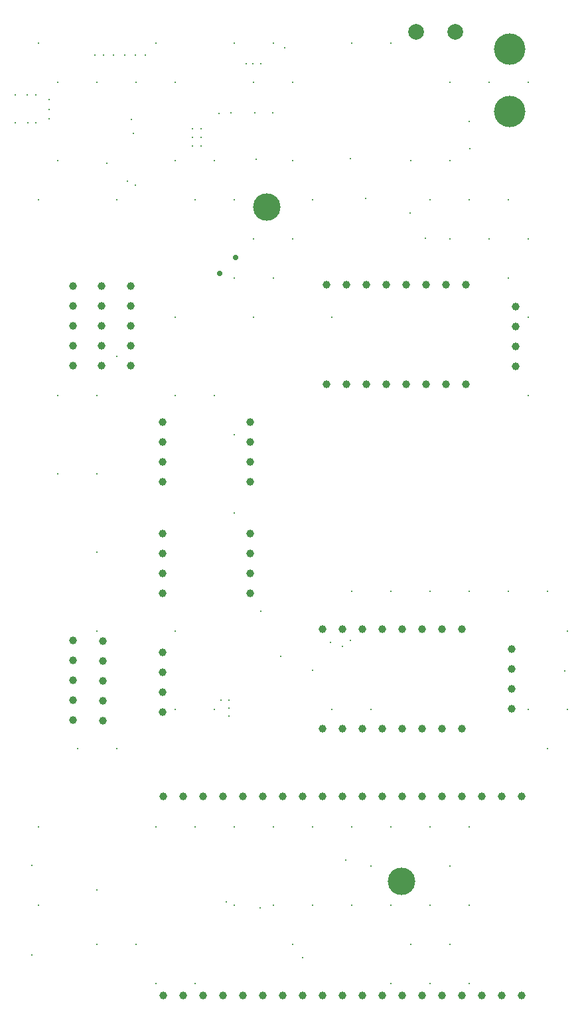
<source format=gbr>
%TF.GenerationSoftware,Altium Limited,Altium Designer,23.0.1 (38)*%
G04 Layer_Color=0*
%FSLAX45Y45*%
%MOMM*%
%TF.SameCoordinates,0946520A-43BC-435E-BA57-7B8340C501A0*%
%TF.FilePolarity,Positive*%
%TF.FileFunction,Plated,1,2,PTH,Drill*%
%TF.Part,Single*%
G01*
G75*
%TA.AperFunction,ComponentDrill*%
%ADD64C,1.00000*%
%ADD65C,1.00000*%
%ADD66C,3.50000*%
%ADD67C,4.00000*%
%ADD68C,2.00000*%
%TA.AperFunction,ViaDrill,NotFilled*%
%ADD69C,0.30480*%
%ADD70C,0.30000*%
%ADD71C,0.71120*%
D64*
X901700Y8343900D02*
D03*
Y8851900D02*
D03*
Y9359900D02*
D03*
Y8597900D02*
D03*
Y9105900D02*
D03*
X2044700Y6858000D02*
D03*
Y7112000D02*
D03*
Y7366000D02*
D03*
Y7620000D02*
D03*
X3162300Y6858000D02*
D03*
Y7112000D02*
D03*
Y7366000D02*
D03*
Y7620000D02*
D03*
Y5435600D02*
D03*
Y5689600D02*
D03*
Y5943600D02*
D03*
Y6197600D02*
D03*
X2044700D02*
D03*
Y5943600D02*
D03*
Y5689600D02*
D03*
Y5435600D02*
D03*
X1638300Y9359900D02*
D03*
Y8343900D02*
D03*
Y8597900D02*
D03*
Y8851900D02*
D03*
Y9105900D02*
D03*
X2044700Y3924300D02*
D03*
Y4178300D02*
D03*
Y4432300D02*
D03*
Y4686300D02*
D03*
X6553200Y9093200D02*
D03*
Y8839199D02*
D03*
Y8585200D02*
D03*
Y8331200D02*
D03*
X6502400Y4724400D02*
D03*
Y4470400D02*
D03*
Y4216400D02*
D03*
Y3962400D02*
D03*
X1282700Y4572000D02*
D03*
Y4318000D02*
D03*
Y4064000D02*
D03*
Y3810000D02*
D03*
Y4826000D02*
D03*
X1270000Y9105900D02*
D03*
Y8851900D02*
D03*
Y8597900D02*
D03*
Y8343900D02*
D03*
Y9359900D02*
D03*
X901700Y4076700D02*
D03*
Y4330700D02*
D03*
Y4584700D02*
D03*
Y4838700D02*
D03*
Y3822700D02*
D03*
D65*
X4089400Y304800D02*
D03*
X3835400D02*
D03*
X4597400D02*
D03*
X6629400Y304800D02*
D03*
X6375400Y304800D02*
D03*
X6121400D02*
D03*
X5867400D02*
D03*
X5613400D02*
D03*
X5359400Y304800D02*
D03*
X5105400Y304800D02*
D03*
X4851400D02*
D03*
X4343400Y304800D02*
D03*
X3581400Y304800D02*
D03*
X3327400D02*
D03*
X3073400Y304800D02*
D03*
X2819400Y304800D02*
D03*
X2565400D02*
D03*
X2311400D02*
D03*
X2057400Y304800D02*
D03*
Y2844799D02*
D03*
X2311400Y2844800D02*
D03*
X2565400D02*
D03*
X2819400D02*
D03*
X3073400Y2844799D02*
D03*
X3327400Y2844800D02*
D03*
X3581400D02*
D03*
X3835400D02*
D03*
X4089400D02*
D03*
X4343400Y2844799D02*
D03*
X4597400Y2844800D02*
D03*
X4851400D02*
D03*
X5105400D02*
D03*
X5359400Y2844799D02*
D03*
X5613400Y2844800D02*
D03*
X5867400D02*
D03*
X6121400D02*
D03*
X6375400D02*
D03*
X6629400Y2844799D02*
D03*
X4140200Y9372600D02*
D03*
X4394200D02*
D03*
X4648200D02*
D03*
X4902200D02*
D03*
X5156200D02*
D03*
X5410200D02*
D03*
X5664200D02*
D03*
X5918200D02*
D03*
Y8102600D02*
D03*
X5664200Y8102600D02*
D03*
X5410200Y8102600D02*
D03*
X5156200D02*
D03*
X4902200D02*
D03*
X4648200Y8102600D02*
D03*
X4394200Y8102600D02*
D03*
X4140200D02*
D03*
X4089400Y3708400D02*
D03*
X4343400D02*
D03*
X4597400D02*
D03*
X4851400D02*
D03*
X5105400D02*
D03*
X5359400D02*
D03*
X5613400D02*
D03*
X5867400D02*
D03*
Y4978400D02*
D03*
X5613400D02*
D03*
X5359399Y4978400D02*
D03*
X5105400D02*
D03*
X4851400Y4978400D02*
D03*
X4597400D02*
D03*
X4343400Y4978400D02*
D03*
X4089400D02*
D03*
D66*
X5092700Y1765300D02*
D03*
X3378200Y10363200D02*
D03*
D67*
X6477000Y11582400D02*
D03*
Y12382400D02*
D03*
D68*
X5778500Y12598400D02*
D03*
X5278500D02*
D03*
D69*
X2921000Y11569700D02*
D03*
X2768600Y11557000D02*
D03*
X3225800Y11569700D02*
D03*
X3454400D02*
D03*
X3835400Y787400D02*
D03*
X3289300Y1422400D02*
D03*
X2857500Y1498600D02*
D03*
X1701800Y10642600D02*
D03*
X4445000Y4838700D02*
D03*
X4193308Y4812130D02*
D03*
X4343400Y4762500D02*
D03*
X2794000Y4076700D02*
D03*
X2895600Y3873500D02*
D03*
Y3975100D02*
D03*
Y4076700D02*
D03*
X3606800Y12395200D02*
D03*
X3238500Y10972800D02*
D03*
X1676400Y11303000D02*
D03*
X1600200Y10693400D02*
D03*
X596900Y11493500D02*
D03*
Y11607800D02*
D03*
Y11734800D02*
D03*
X165100Y11442700D02*
D03*
X330200D02*
D03*
X431800D02*
D03*
Y11798300D02*
D03*
X317500D02*
D03*
X165100D02*
D03*
X1828800Y12306300D02*
D03*
X1701800D02*
D03*
X1562100D02*
D03*
X1422400D02*
D03*
X1295400D02*
D03*
X1181100D02*
D03*
X3302000Y12192000D02*
D03*
X3200400D02*
D03*
X3111500D02*
D03*
X1651000Y11480800D02*
D03*
X2428400Y11362200D02*
D03*
X2538401Y11362200D02*
D03*
X2428400Y11252200D02*
D03*
X2538400D02*
D03*
X2428400Y11142200D02*
D03*
X2538400D02*
D03*
D70*
X1336198Y10921259D02*
D03*
X5969000Y11112500D02*
D03*
X3302000Y5207000D02*
D03*
X3556000Y4635500D02*
D03*
X381000Y825500D02*
D03*
Y1968500D02*
D03*
X1206500Y1651000D02*
D03*
X4445000Y10985500D02*
D03*
X5397500Y9969500D02*
D03*
X5207000Y10287000D02*
D03*
X4635500Y10477500D02*
D03*
X4381500Y2032000D02*
D03*
X7175500Y4445000D02*
D03*
X6960000Y5460000D02*
D03*
X7210000Y4960000D02*
D03*
Y3960000D02*
D03*
X6960000Y3460000D02*
D03*
X6710000Y11960000D02*
D03*
X6460000Y10460000D02*
D03*
X6710000Y9960000D02*
D03*
X6460000Y9460000D02*
D03*
X6710000Y8960000D02*
D03*
Y7960000D02*
D03*
X6460000Y5460000D02*
D03*
X6710000Y3960000D02*
D03*
X6210000Y11960000D02*
D03*
X5960000Y11460000D02*
D03*
Y10460000D02*
D03*
X6210000Y9960000D02*
D03*
X5960000Y5460000D02*
D03*
Y2460000D02*
D03*
Y1460000D02*
D03*
Y460000D02*
D03*
X5710000Y11960000D02*
D03*
Y10960000D02*
D03*
X5460000Y10460000D02*
D03*
X5710000Y9960000D02*
D03*
X5460000Y5460000D02*
D03*
Y2460000D02*
D03*
X5710000Y1960000D02*
D03*
X5460000Y1460000D02*
D03*
X5710000Y960000D02*
D03*
X5460000Y460000D02*
D03*
X4960000Y12460000D02*
D03*
X5210000Y10960000D02*
D03*
X4960000Y5460000D02*
D03*
Y2460000D02*
D03*
Y1460000D02*
D03*
X5210000Y960000D02*
D03*
X4960000Y460000D02*
D03*
X4460000Y12460000D02*
D03*
Y5460000D02*
D03*
X4710000Y3960000D02*
D03*
X4460000Y2460000D02*
D03*
X4710000Y1960000D02*
D03*
X4460000Y1460000D02*
D03*
X3960000Y10460000D02*
D03*
X4210000Y8960000D02*
D03*
X3960000Y4460000D02*
D03*
X4210000Y3960000D02*
D03*
X3960000Y2460000D02*
D03*
Y1460000D02*
D03*
X3460000Y12460000D02*
D03*
X3710000Y11960000D02*
D03*
Y10960000D02*
D03*
Y9960000D02*
D03*
X3460000Y9460000D02*
D03*
Y2460000D02*
D03*
Y1460000D02*
D03*
X3710000Y960000D02*
D03*
X2960000Y12460000D02*
D03*
X3210000Y11960000D02*
D03*
X2960000Y10460000D02*
D03*
X3210000Y9960000D02*
D03*
X2960000Y9460000D02*
D03*
X3210000Y8960000D02*
D03*
X2960000Y7460000D02*
D03*
Y6460000D02*
D03*
Y2460000D02*
D03*
Y1460000D02*
D03*
X2710000Y10960000D02*
D03*
X2460000Y10460000D02*
D03*
X2710000Y7960000D02*
D03*
Y3960000D02*
D03*
X2460000Y2460000D02*
D03*
Y460000D02*
D03*
X1960000Y12460000D02*
D03*
X2210000Y11960000D02*
D03*
Y10960000D02*
D03*
Y8960000D02*
D03*
Y7960000D02*
D03*
Y4960000D02*
D03*
Y3960000D02*
D03*
X1960000Y2460000D02*
D03*
Y460000D02*
D03*
X1710000Y11960000D02*
D03*
X1460000Y10460000D02*
D03*
Y8460000D02*
D03*
Y3460000D02*
D03*
X1710000Y960000D02*
D03*
X1210000Y11960000D02*
D03*
Y7960000D02*
D03*
Y6960000D02*
D03*
Y5960000D02*
D03*
Y4960000D02*
D03*
X960000Y3460000D02*
D03*
X1210000Y960000D02*
D03*
X460000Y12460000D02*
D03*
X710000Y11960000D02*
D03*
Y10960000D02*
D03*
X460000Y10460000D02*
D03*
X710000Y7960000D02*
D03*
Y6960000D02*
D03*
X460000Y2460000D02*
D03*
Y1460000D02*
D03*
D71*
X2974998Y9721595D02*
D03*
X2771798Y9518395D02*
D03*
%TF.MD5,cd1f4361b01505fa8dd501fc43560ab5*%
M02*

</source>
